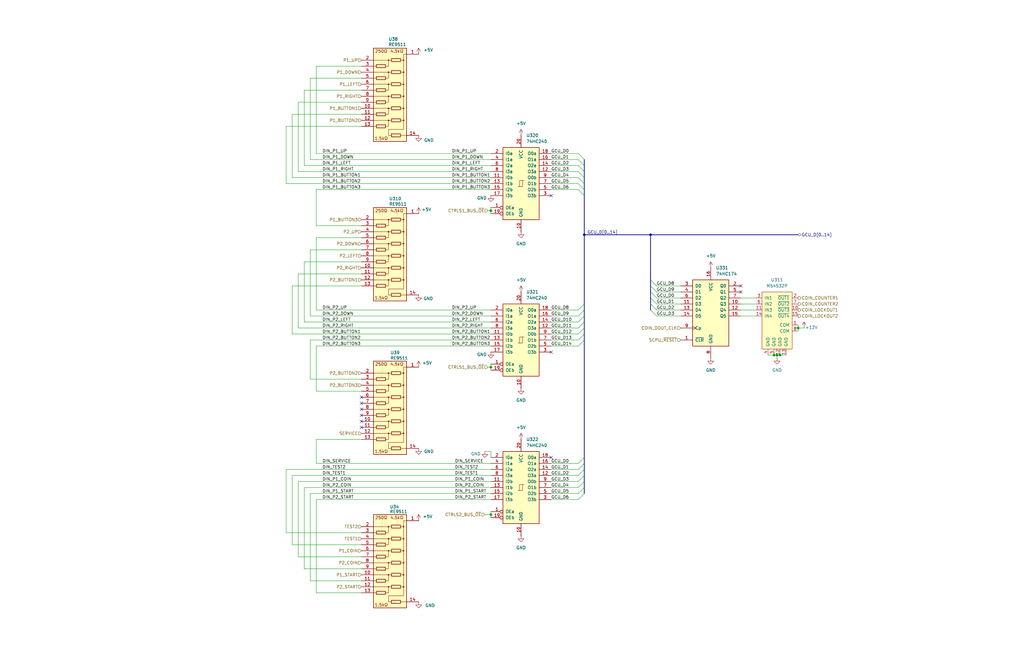
<source format=kicad_sch>
(kicad_sch (version 20231120) (generator "eeschema") (generator_version "8.0")
  (paper "B")
  (title_block (title "RA9704, Controls") (date "2024-12-30") (rev "003") (company "Coin-Op Collection") (comment 1 "Author: Brandon Arnold") (comment 2 "License: CC BY-NC-SA 4.0"))
  (lib_symbols
    (symbol "RE9511_Single_1"
      (property "Reference" "U" (at 3.048 20.066 0))
      (symbol "RE9511_Single_1_0_1"
        (rectangle (start -3.81 19.05) (end 10.16 -20.32) (stroke (width 0.254)) (fill (type background)))
        (rectangle (start -2.5465 -13.3019) (end 1.2635 -14.5719) (stroke (width 0.254)))
        (rectangle (start -2.5465 -8.2219) (end 1.2635 -9.4919) (stroke (width 0.254)))
        (rectangle (start -2.5465 -3.1419) (end 1.2635 -4.4119) (stroke (width 0.254)))
        (rectangle (start -2.5465 1.9381) (end 1.2635 0.6681) (stroke (width 0.254)))
        (rectangle (start -2.5465 7.0181) (end 1.2635 5.7481) (stroke (width 0.254)))
        (rectangle (start -2.5465 12.0981) (end 1.2635 10.8281) (stroke (width 0.254)))
        (polyline (pts (xy -3.81 -13.97) (xy -2.54 -13.97)))
        (polyline (pts (xy -3.81 -11.43) (xy 2.54 -11.43)))
        (polyline (pts (xy -3.81 -8.89) (xy -2.54 -8.89)))
        (polyline (pts (xy -3.81 -6.35) (xy 3.81 -6.35)))
        (polyline (pts (xy -3.81 -3.81) (xy -2.54 -3.81)))
        (polyline (pts (xy -3.81 -1.27) (xy 3.81 -1.27)))
        (polyline (pts (xy -3.81 1.27) (xy -2.54 1.27)))
        (polyline (pts (xy -3.81 3.81) (xy 3.81 3.81)))
        (polyline (pts (xy -3.81 6.35) (xy -2.54 6.35)))
        (polyline (pts (xy -3.81 8.89) (xy 3.81 8.89)))
        (polyline (pts (xy -3.81 11.43) (xy -2.54 11.43)))
        (polyline (pts (xy -3.81 13.97) (xy 3.81 13.97)))
        (polyline (pts (xy 2.54 -11.43) (xy 3.81 -11.43)))
        (polyline (pts (xy 10.16 -17.78) (xy 7.62 -17.78)))
        (polyline (pts (xy 1.27 -13.97) (xy 2.54 -13.97) (xy 2.54 -11.43)))
        (polyline (pts (xy 1.27 -8.89) (xy 2.54 -8.89) (xy 2.54 -6.35)))
        (polyline (pts (xy 1.27 -3.81) (xy 2.54 -3.81) (xy 2.54 -1.27)))
        (polyline (pts (xy 1.27 1.27) (xy 2.54 1.27) (xy 2.54 3.81)))
        (polyline (pts (xy 1.27 6.35) (xy 2.54 6.35) (xy 2.54 8.89)))
        (polyline (pts (xy 1.27 11.43) (xy 2.54 11.43) (xy 2.54 13.97)))
        (polyline (pts (xy 7.62 -11.43) (xy 8.89 -11.43) (xy 8.89 -6.35)))
        (polyline (pts (xy 7.62 -6.35) (xy 8.89 -6.35) (xy 8.89 -1.27)))
        (polyline (pts (xy 7.62 -1.27) (xy 8.89 -1.27) (xy 8.89 3.81)))
        (polyline (pts (xy 7.62 3.81) (xy 8.89 3.81) (xy 8.89 8.89)))
        (polyline (pts (xy 7.62 8.89) (xy 8.89 8.89) (xy 8.89 13.97)))
        (polyline (pts (xy 7.62 13.97) (xy 8.89 13.97) (xy 8.89 16.51) (xy 10.16 16.51)))
        (polyline (pts (xy 3.81 -17.78) (xy 2.54 -17.78) (xy 2.54 -15.24) (xy 8.89 -15.24) (xy 8.89 -11.43)))
        (rectangle (start 3.7794 -17.1155) (end 7.5894 -18.3855) (stroke (width 0.254)))
        (rectangle (start 3.8035 -10.7619) (end 7.6135 -12.0319) (stroke (width 0.254)))
        (rectangle (start 3.8035 -5.6819) (end 7.6135 -6.9519) (stroke (width 0.254)))
        (rectangle (start 3.8035 -0.6019) (end 7.6135 -1.8719) (stroke (width 0.254)))
        (rectangle (start 3.8035 4.4781) (end 7.6135 3.2081) (stroke (width 0.254)))
        (rectangle (start 3.8035 9.5581) (end 7.6135 8.2881) (stroke (width 0.254)))
        (rectangle (start 3.8035 14.6381) (end 7.6135 13.3681) (stroke (width 0.254)))
      )
      (symbol "RE9511_Single_1_1_1"
        (polyline (pts (xy 0 16.51) (xy -0.627 11.5472)) (stroke (width 0) (type dot)))
        (polyline (pts (xy 2.54 -19.05) (xy 5.728 -17.8138)) (stroke (width 0) (type dot)))
        (polyline (pts (xy 6.35 16.51) (xy 5.6414 14.0105)) (stroke (width 0) (type dot)))
        (circle (center 2.54 -11.43) (radius 0.254) (stroke (width 0.0762)) (fill (type outline)))
        (circle (center 2.54 -6.35) (radius 0.254) (stroke (width 0.0762)) (fill (type outline)))
        (circle (center 2.54 -1.27) (radius 0.254) (stroke (width 0.0762)) (fill (type outline)))
        (circle (center 2.54 3.81) (radius 0.254) (stroke (width 0.0762)) (fill (type outline)))
        (circle (center 2.54 8.89) (radius 0.254) (stroke (width 0.0762)) (fill (type outline)))
        (circle (center 2.54 13.97) (radius 0.254) (stroke (width 0.0762)) (fill (type outline)))
        (circle (center 8.89 -11.43) (radius 0.254) (stroke (width 0.0762)) (fill (type outline)))
        (circle (center 8.89 -6.35) (radius 0.254) (stroke (width 0.0762)) (fill (type outline)))
        (circle (center 8.89 -1.27) (radius 0.254) (stroke (width 0.0762)) (fill (type outline)))
        (circle (center 8.89 3.81) (radius 0.254) (stroke (width 0.0762)) (fill (type outline)))
        (circle (center 8.89 8.89) (radius 0.254) (stroke (width 0.0762)) (fill (type outline)))
        (circle (center 8.89 13.97) (radius 0.254) (stroke (width 0.0762)) (fill (type outline)))
        (text "1.5kΩ" (at -0.508 -19.05 0) (effects (font (size 1.27 1.27))))
        (text "250Ω" (at -0.508 17.78 0) (effects (font (size 1.27 1.27))))
        (text "4.5kΩ" (at 6.096 17.78 0) (effects (font (size 1.27 1.27))))
        (pin passive line (at 15.24 16.51 180) (length 5.08) (name "~") (number "1"))
        (pin passive line (at -8.89 -6.35 0) (length 5.08) (name "~") (number "10"))
        (pin passive line (at -8.89 -8.89 0) (length 5.08) (name "~") (number "11"))
        (pin passive line (at -8.89 -11.43 0) (length 5.08) (name "~") (number "12"))
        (pin passive line (at -8.89 -13.97 0) (length 5.08) (name "~") (number "13"))
        (pin passive line (at 15.24 -17.78 180) (length 5.08) (name "~") (number "14"))
        (pin passive line (at -8.89 13.97 0) (length 5.08) (name "~") (number "2"))
        (pin passive line (at -8.89 11.43 0) (length 5.08) (name "~") (number "3"))
        (pin passive line (at -8.89 8.89 0) (length 5.08) (name "~") (number "4"))
        (pin passive line (at -8.89 6.35 0) (length 5.08) (name "~") (number "5"))
        (pin passive line (at -8.89 3.81 0) (length 5.08) (name "~") (number "6"))
        (pin passive line (at -8.89 1.27 0) (length 5.08) (name "~") (number "7"))
        (pin passive line (at -8.89 -1.27 0) (length 5.08) (name "~") (number "8"))
        (pin passive line (at -8.89 -3.81 0) (length 5.08) (name "~") (number "9"))
      )
    )
    (symbol "RE9511_Single_2"
      (property "Reference" "U" (at 3.048 20.066 0))
      (symbol "RE9511_Single_2_0_1"
        (rectangle (start -3.81 19.05) (end 10.16 -20.32) (stroke (width 0.254)) (fill (type background)))
        (rectangle (start -2.5465 -13.3019) (end 1.2635 -14.5719) (stroke (width 0.254)))
        (rectangle (start -2.5465 -8.2219) (end 1.2635 -9.4919) (stroke (width 0.254)))
        (rectangle (start -2.5465 -3.1419) (end 1.2635 -4.4119) (stroke (width 0.254)))
        (rectangle (start -2.5465 1.9381) (end 1.2635 0.6681) (stroke (width 0.254)))
        (rectangle (start -2.5465 7.0181) (end 1.2635 5.7481) (stroke (width 0.254)))
        (rectangle (start -2.5465 12.0981) (end 1.2635 10.8281) (stroke (width 0.254)))
        (polyline (pts (xy -3.81 -13.97) (xy -2.54 -13.97)))
        (polyline (pts (xy -3.81 -11.43) (xy 2.54 -11.43)))
        (polyline (pts (xy -3.81 -8.89) (xy -2.54 -8.89)))
        (polyline (pts (xy -3.81 -6.35) (xy 3.81 -6.35)))
        (polyline (pts (xy -3.81 -3.81) (xy -2.54 -3.81)))
        (polyline (pts (xy -3.81 -1.27) (xy 3.81 -1.27)))
        (polyline (pts (xy -3.81 1.27) (xy -2.54 1.27)))
        (polyline (pts (xy -3.81 3.81) (xy 3.81 3.81)))
        (polyline (pts (xy -3.81 6.35) (xy -2.54 6.35)))
        (polyline (pts (xy -3.81 8.89) (xy 3.81 8.89)))
        (polyline (pts (xy -3.81 11.43) (xy -2.54 11.43)))
        (polyline (pts (xy -3.81 13.97) (xy 3.81 13.97)))
        (polyline (pts (xy 2.54 -11.43) (xy 3.81 -11.43)))
        (polyline (pts (xy 10.16 -17.78) (xy 7.62 -17.78)))
        (polyline (pts (xy 1.27 -13.97) (xy 2.54 -13.97) (xy 2.54 -11.43)))
        (polyline (pts (xy 1.27 -8.89) (xy 2.54 -8.89) (xy 2.54 -6.35)))
        (polyline (pts (xy 1.27 -3.81) (xy 2.54 -3.81) (xy 2.54 -1.27)))
        (polyline (pts (xy 1.27 1.27) (xy 2.54 1.27) (xy 2.54 3.81)))
        (polyline (pts (xy 1.27 6.35) (xy 2.54 6.35) (xy 2.54 8.89)))
        (polyline (pts (xy 1.27 11.43) (xy 2.54 11.43) (xy 2.54 13.97)))
        (polyline (pts (xy 7.62 -11.43) (xy 8.89 -11.43) (xy 8.89 -6.35)))
        (polyline (pts (xy 7.62 -6.35) (xy 8.89 -6.35) (xy 8.89 -1.27)))
        (polyline (pts (xy 7.62 -1.27) (xy 8.89 -1.27) (xy 8.89 3.81)))
        (polyline (pts (xy 7.62 3.81) (xy 8.89 3.81) (xy 8.89 8.89)))
        (polyline (pts (xy 7.62 8.89) (xy 8.89 8.89) (xy 8.89 13.97)))
        (polyline (pts (xy 7.62 13.97) (xy 8.89 13.97) (xy 8.89 16.51) (xy 10.16 16.51)))
        (polyline (pts (xy 3.81 -17.78) (xy 2.54 -17.78) (xy 2.54 -15.24) (xy 8.89 -15.24) (xy 8.89 -11.43)))
        (rectangle (start 3.7794 -17.1155) (end 7.5894 -18.3855) (stroke (width 0.254)))
        (rectangle (start 3.8035 -10.7619) (end 7.6135 -12.0319) (stroke (width 0.254)))
        (rectangle (start 3.8035 -5.6819) (end 7.6135 -6.9519) (stroke (width 0.254)))
        (rectangle (start 3.8035 -0.6019) (end 7.6135 -1.8719) (stroke (width 0.254)))
        (rectangle (start 3.8035 4.4781) (end 7.6135 3.2081) (stroke (width 0.254)))
        (rectangle (start 3.8035 9.5581) (end 7.6135 8.2881) (stroke (width 0.254)))
        (rectangle (start 3.8035 14.6381) (end 7.6135 13.3681) (stroke (width 0.254)))
      )
      (symbol "RE9511_Single_2_1_1"
        (polyline (pts (xy 0 16.51) (xy -0.627 11.5472)) (stroke (width 0) (type dot)))
        (polyline (pts (xy 2.54 -19.05) (xy 5.728 -17.8138)) (stroke (width 0) (type dot)))
        (polyline (pts (xy 6.35 16.51) (xy 5.6414 14.0105)) (stroke (width 0) (type dot)))
        (circle (center 2.54 -11.43) (radius 0.254) (stroke (width 0.0762)) (fill (type outline)))
        (circle (center 2.54 -6.35) (radius 0.254) (stroke (width 0.0762)) (fill (type outline)))
        (circle (center 2.54 -1.27) (radius 0.254) (stroke (width 0.0762)) (fill (type outline)))
        (circle (center 2.54 3.81) (radius 0.254) (stroke (width 0.0762)) (fill (type outline)))
        (circle (center 2.54 8.89) (radius 0.254) (stroke (width 0.0762)) (fill (type outline)))
        (circle (center 2.54 13.97) (radius 0.254) (stroke (width 0.0762)) (fill (type outline)))
        (circle (center 8.89 -11.43) (radius 0.254) (stroke (width 0.0762)) (fill (type outline)))
        (circle (center 8.89 -6.35) (radius 0.254) (stroke (width 0.0762)) (fill (type outline)))
        (circle (center 8.89 -1.27) (radius 0.254) (stroke (width 0.0762)) (fill (type outline)))
        (circle (center 8.89 3.81) (radius 0.254) (stroke (width 0.0762)) (fill (type outline)))
        (circle (center 8.89 8.89) (radius 0.254) (stroke (width 0.0762)) (fill (type outline)))
        (circle (center 8.89 13.97) (radius 0.254) (stroke (width 0.0762)) (fill (type outline)))
        (text "1.5kΩ" (at -0.508 -19.05 0) (effects (font (size 1.27 1.27))))
        (text "250Ω" (at -0.508 17.78 0) (effects (font (size 1.27 1.27))))
        (text "4.5kΩ" (at 6.096 17.78 0) (effects (font (size 1.27 1.27))))
        (pin passive line (at 15.24 16.51 180) (length 5.08) (name "~") (number "1"))
        (pin passive line (at -8.89 -6.35 0) (length 5.08) (name "~") (number "10"))
        (pin passive line (at -8.89 -8.89 0) (length 5.08) (name "~") (number "11"))
        (pin passive line (at -8.89 -11.43 0) (length 5.08) (name "~") (number "12"))
        (pin passive line (at -8.89 -13.97 0) (length 5.08) (name "~") (number "13"))
        (pin passive line (at 15.24 -17.78 180) (length 5.08) (name "~") (number "14"))
        (pin passive line (at -8.89 13.97 0) (length 5.08) (name "~") (number "2"))
        (pin passive line (at -8.89 11.43 0) (length 5.08) (name "~") (number "3"))
        (pin passive line (at -8.89 8.89 0) (length 5.08) (name "~") (number "4"))
        (pin passive line (at -8.89 6.35 0) (length 5.08) (name "~") (number "5"))
        (pin passive line (at -8.89 3.81 0) (length 5.08) (name "~") (number "6"))
        (pin passive line (at -8.89 1.27 0) (length 5.08) (name "~") (number "7"))
        (pin passive line (at -8.89 -1.27 0) (length 5.08) (name "~") (number "8"))
        (pin passive line (at -8.89 -3.81 0) (length 5.08) (name "~") (number "9"))
      )
    )
    (symbol "RE9511_Single_3"
      (property "Reference" "U" (at 3.048 20.066 0))
      (symbol "RE9511_Single_3_0_1"
        (rectangle (start -3.81 19.05) (end 10.16 -20.32) (stroke (width 0.254)) (fill (type background)))
        (rectangle (start -2.5465 -13.3019) (end 1.2635 -14.5719) (stroke (width 0.254)))
        (rectangle (start -2.5465 -8.2219) (end 1.2635 -9.4919) (stroke (width 0.254)))
        (rectangle (start -2.5465 -3.1419) (end 1.2635 -4.4119) (stroke (width 0.254)))
        (rectangle (start -2.5465 1.9381) (end 1.2635 0.6681) (stroke (width 0.254)))
        (rectangle (start -2.5465 7.0181) (end 1.2635 5.7481) (stroke (width 0.254)))
        (rectangle (start -2.5465 12.0981) (end 1.2635 10.8281) (stroke (width 0.254)))
        (polyline (pts (xy -3.81 -13.97) (xy -2.54 -13.97)))
        (polyline (pts (xy -3.81 -11.43) (xy 2.54 -11.43)))
        (polyline (pts (xy -3.81 -8.89) (xy -2.54 -8.89)))
        (polyline (pts (xy -3.81 -6.35) (xy 3.81 -6.35)))
        (polyline (pts (xy -3.81 -3.81) (xy -2.54 -3.81)))
        (polyline (pts (xy -3.81 -1.27) (xy 3.81 -1.27)))
        (polyline (pts (xy -3.81 1.27) (xy -2.54 1.27)))
        (polyline (pts (xy -3.81 3.81) (xy 3.81 3.81)))
        (polyline (pts (xy -3.81 6.35) (xy -2.54 6.35)))
        (polyline (pts (xy -3.81 8.89) (xy 3.81 8.89)))
        (polyline (pts (xy -3.81 11.43) (xy -2.54 11.43)))
        (polyline (pts (xy -3.81 13.97) (xy 3.81 13.97)))
        (polyline (pts (xy 2.54 -11.43) (xy 3.81 -11.43)))
        (polyline (pts (xy 10.16 -17.78) (xy 7.62 -17.78)))
        (polyline (pts (xy 1.27 -13.97) (xy 2.54 -13.97) (xy 2.54 -11.43)))
        (polyline (pts (xy 1.27 -8.89) (xy 2.54 -8.89) (xy 2.54 -6.35)))
        (polyline (pts (xy 1.27 -3.81) (xy 2.54 -3.81) (xy 2.54 -1.27)))
        (polyline (pts (xy 1.27 1.27) (xy 2.54 1.27) (xy 2.54 3.81)))
        (polyline (pts (xy 1.27 6.35) (xy 2.54 6.35) (xy 2.54 8.89)))
        (polyline (pts (xy 1.27 11.43) (xy 2.54 11.43) (xy 2.54 13.97)))
        (polyline (pts (xy 7.62 -11.43) (xy 8.89 -11.43) (xy 8.89 -6.35)))
        (polyline (pts (xy 7.62 -6.35) (xy 8.89 -6.35) (xy 8.89 -1.27)))
        (polyline (pts (xy 7.62 -1.27) (xy 8.89 -1.27) (xy 8.89 3.81)))
        (polyline (pts (xy 7.62 3.81) (xy 8.89 3.81) (xy 8.89 8.89)))
        (polyline (pts (xy 7.62 8.89) (xy 8.89 8.89) (xy 8.89 13.97)))
        (polyline (pts (xy 7.62 13.97) (xy 8.89 13.97) (xy 8.89 16.51) (xy 10.16 16.51)))
        (polyline (pts (xy 3.81 -17.78) (xy 2.54 -17.78) (xy 2.54 -15.24) (xy 8.89 -15.24) (xy 8.89 -11.43)))
        (rectangle (start 3.7794 -17.1155) (end 7.5894 -18.3855) (stroke (width 0.254)))
        (rectangle (start 3.8035 -10.7619) (end 7.6135 -12.0319) (stroke (width 0.254)))
        (rectangle (start 3.8035 -5.6819) (end 7.6135 -6.9519) (stroke (width 0.254)))
        (rectangle (start 3.8035 -0.6019) (end 7.6135 -1.8719) (stroke (width 0.254)))
        (rectangle (start 3.8035 4.4781) (end 7.6135 3.2081) (stroke (width 0.254)))
        (rectangle (start 3.8035 9.5581) (end 7.6135 8.2881) (stroke (width 0.254)))
        (rectangle (start 3.8035 14.6381) (end 7.6135 13.3681) (stroke (width 0.254)))
      )
      (symbol "RE9511_Single_3_1_1"
        (polyline (pts (xy 0 16.51) (xy -0.627 11.5472)) (stroke (width 0) (type dot)))
        (polyline (pts (xy 2.54 -19.05) (xy 5.728 -17.8138)) (stroke (width 0) (type dot)))
        (polyline (pts (xy 6.35 16.51) (xy 5.6414 14.0105)) (stroke (width 0) (type dot)))
        (circle (center 2.54 -11.43) (radius 0.254) (stroke (width 0.0762)) (fill (type outline)))
        (circle (center 2.54 -6.35) (radius 0.254) (stroke (width 0.0762)) (fill (type outline)))
        (circle (center 2.54 -1.27) (radius 0.254) (stroke (width 0.0762)) (fill (type outline)))
        (circle (center 2.54 3.81) (radius 0.254) (stroke (width 0.0762)) (fill (type outline)))
        (circle (center 2.54 8.89) (radius 0.254) (stroke (width 0.0762)) (fill (type outline)))
        (circle (center 2.54 13.97) (radius 0.254) (stroke (width 0.0762)) (fill (type outline)))
        (circle (center 8.89 -11.43) (radius 0.254) (stroke (width 0.0762)) (fill (type outline)))
        (circle (center 8.89 -6.35) (radius 0.254) (stroke (width 0.0762)) (fill (type outline)))
        (circle (center 8.89 -1.27) (radius 0.254) (stroke (width 0.0762)) (fill (type outline)))
        (circle (center 8.89 3.81) (radius 0.254) (stroke (width 0.0762)) (fill (type outline)))
        (circle (center 8.89 8.89) (radius 0.254) (stroke (width 0.0762)) (fill (type outline)))
        (circle (center 8.89 13.97) (radius 0.254) (stroke (width 0.0762)) (fill (type outline)))
        (text "1.5kΩ" (at -0.508 -19.05 0) (effects (font (size 1.27 1.27))))
        (text "250Ω" (at -0.508 17.78 0) (effects (font (size 1.27 1.27))))
        (text "4.5kΩ" (at 6.096 17.78 0) (effects (font (size 1.27 1.27))))
        (pin passive line (at 15.24 16.51 180) (length 5.08) (name "~") (number "1"))
        (pin passive line (at -8.89 -6.35 0) (length 5.08) (name "~") (number "10"))
        (pin passive line (at -8.89 -8.89 0) (length 5.08) (name "~") (number "11"))
        (pin passive line (at -8.89 -11.43 0) (length 5.08) (name "~") (number "12"))
        (pin passive line (at -8.89 -13.97 0) (length 5.08) (name "~") (number "13"))
        (pin passive line (at 15.24 -17.78 180) (length 5.08) (name "~") (number "14"))
        (pin passive line (at -8.89 13.97 0) (length 5.08) (name "~") (number "2"))
        (pin passive line (at -8.89 11.43 0) (length 5.08) (name "~") (number "3"))
        (pin passive line (at -8.89 8.89 0) (length 5.08) (name "~") (number "4"))
        (pin passive line (at -8.89 6.35 0) (length 5.08) (name "~") (number "5"))
        (pin passive line (at -8.89 3.81 0) (length 5.08) (name "~") (number "6"))
        (pin passive line (at -8.89 1.27 0) (length 5.08) (name "~") (number "7"))
        (pin passive line (at -8.89 -1.27 0) (length 5.08) (name "~") (number "8"))
        (pin passive line (at -8.89 -3.81 0) (length 5.08) (name "~") (number "9"))
      )
    )
    (symbol "power:+12V" (power) (pin_numbers hide) (pin_names (offset 0) hide)
      (property "Value" "+12V" (at 0 3.556 0))
      (symbol "+12V_0_1"
        (polyline (pts (xy -0.762 1.27) (xy 0 2.54)))
        (polyline (pts (xy 0 0) (xy 0 2.54)))
        (polyline (pts (xy 0 2.54) (xy 0.762 1.27)))
      )
      (symbol "+12V_1_1"
        (pin power_in line (at 0 0 90) (length 0) (name "~") (number "1"))
      )
    )
    (symbol "power:+5V" (power) (pin_numbers hide) (pin_names (offset 0) hide)
      (property "Value" "+5V" (at 0 3.556 0))
      (symbol "+5V_0_1"
        (polyline (pts (xy -0.762 1.27) (xy 0 2.54)))
        (polyline (pts (xy 0 0) (xy 0 2.54)))
        (polyline (pts (xy 0 2.54) (xy 0.762 1.27)))
      )
      (symbol "+5V_1_1"
        (pin power_in line (at 0 0 90) (length 0) (name "~") (number "1"))
      )
    )
    (symbol "power:GND" (power) (pin_numbers hide) (pin_names (offset 0) hide)
      (property "Value" "GND" (at 0 -3.81 0))
      (symbol "GND_0_1"
        (polyline (pts (xy 0 0) (xy 0 -1.27) (xy 1.27 -1.27) (xy 0 -2.54) (xy -1.27 -1.27) (xy 0 -1.27)))
      )
      (symbol "GND_1_1"
        (pin power_in line (at 0 0 270) (length 0) (name "~") (number "1"))
      )
    )
    (symbol "ra9704:74HC174" (pin_names (offset 1.016))
      (property "Reference" "U" (at -7.62 13.97 0))
      (property "Value" "74HC174" (at -7.62 -16.51 0))
      (symbol "74HC174_1_0"
        (pin input line (at -12.7 -12.7 0) (length 5.08) (name "~{CLR}") (number "1"))
        (pin output line (at 12.7 2.54 180) (length 5.08) (name "Q3") (number "10"))
        (pin input line (at -12.7 2.54 0) (length 5.08) (name "D3") (number "11"))
        (pin output line (at 12.7 0 180) (length 5.08) (name "Q4") (number "12"))
        (pin input line (at -12.7 0 0) (length 5.08) (name "D4") (number "13"))
        (pin input line (at -12.7 -2.54 0) (length 5.08) (name "D5") (number "14"))
        (pin output line (at 12.7 -2.54 180) (length 5.08) (name "Q5") (number "15"))
        (pin power_in line (at 0 17.78 270) (length 5.08) (name "VCC") (number "16"))
        (pin output line (at 12.7 10.16 180) (length 5.08) (name "Q0") (number "2"))
        (pin input line (at -12.7 10.16 0) (length 5.08) (name "D0") (number "3"))
        (pin input line (at -12.7 7.62 0) (length 5.08) (name "D1") (number "4"))
        (pin output line (at 12.7 7.62 180) (length 5.08) (name "Q1") (number "5"))
        (pin input line (at -12.7 5.08 0) (length 5.08) (name "D2") (number "6"))
        (pin output line (at 12.7 5.08 180) (length 5.08) (name "Q2") (number "7"))
        (pin power_in line (at 0 -20.32 90) (length 5.08) (name "GND") (number "8"))
        (pin input clock (at -12.7 -7.62 0) (length 5.08) (name "Cp") (number "9"))
      )
      (symbol "74HC174_1_1"
        (rectangle (start -7.62 12.7) (end 7.62 -15.24) (stroke (width 0.254)) (fill (type background)))
      )
    )
    (symbol "ra9704:74HC240" (pin_names (offset 1.016))
      (property "Reference" "U" (at -7.62 16.51 0))
      (property "Value" "74HC240" (at -7.62 -16.51 0))
      (symbol "74HC240_1_0"
        (polyline (pts (xy -0.635 -1.27) (xy -0.635 1.27) (xy 0.635 1.27)))
        (polyline (pts (xy -1.27 -1.27) (xy 0.635 -1.27) (xy 0.635 1.27) (xy 1.27 1.27)))
        (pin input inverted (at -12.7 -10.16 0) (length 5.08) (name "OEa") (number "1"))
        (pin power_in line (at 0 -20.32 90) (length 5.08) (name "GND") (number "10"))
        (pin input line (at -12.7 2.54 0) (length 5.08) (name "I0b") (number "11"))
        (pin tri_state line (at 12.7 5.08 180) (length 5.08) (name "O3a") (number "12"))
        (pin input line (at -12.7 0 0) (length 5.08) (name "I1b") (number "13"))
        (pin tri_state line (at 12.7 7.62 180) (length 5.08) (name "O2a") (number "14"))
        (pin input line (at -12.7 -2.54 0) (length 5.08) (name "I2b") (number "15"))
        (pin tri_state line (at 12.7 10.16 180) (length 5.08) (name "O1a") (number "16"))
        (pin input line (at -12.7 -5.08 0) (length 5.08) (name "I3b") (number "17"))
        (pin tri_state line (at 12.7 12.7 180) (length 5.08) (name "O0a") (number "18"))
        (pin input inverted (at -12.7 -12.7 0) (length 5.08) (name "OEb") (number "19"))
        (pin input line (at -12.7 12.7 0) (length 5.08) (name "I0a") (number "2"))
        (pin power_in line (at 0 20.32 270) (length 5.08) (name "VCC") (number "20"))
        (pin tri_state line (at 12.7 -5.08 180) (length 5.08) (name "O3b") (number "3"))
        (pin input line (at -12.7 10.16 0) (length 5.08) (name "I1a") (number "4"))
        (pin tri_state line (at 12.7 -2.54 180) (length 5.08) (name "O2b") (number "5"))
        (pin input line (at -12.7 7.62 0) (length 5.08) (name "I2a") (number "6"))
        (pin tri_state line (at 12.7 0 180) (length 5.08) (name "O1b") (number "7"))
        (pin input line (at -12.7 5.08 0) (length 5.08) (name "I3a") (number "8"))
        (pin tri_state line (at 12.7 2.54 180) (length 5.08) (name "O0b") (number "9"))
      )
      (symbol "74HC240_1_1"
        (rectangle (start -7.62 15.24) (end 7.62 -15.24) (stroke (width 0.254)) (fill (type background)))
      )
    )
    (symbol "ra9704:M54532P" (pin_names (offset 1.016))
      (property "Reference" "U" (at -3.937 12.954 0))
      (property "Value" "M54532P" (at 16.51 -10.668 0))
      (symbol "M54532P_0_1"
        (rectangle (start -5.08 11.43) (end 7.62 -12.7) (fill (type background)))
      )
      (symbol "M54532P_1_1"
        (pin power_in line (at 10.16 -2.54 180) (length 2.54) (name "COM") (number "1"))
        (pin passive line (at 10.16 3.81 180) (length 2.54) (name "~{OUT3}") (number "10"))
        (pin input line (at -7.62 3.81 0) (length 2.54) (name "IN3") (number "11"))
        (pin power_in line (at 2.54 -15.24 90) (length 2.54) (name "GND") (number "12"))
        (pin power_in line (at 5.08 -15.24 90) (length 2.54) (name "GND") (number "13"))
        (pin input line (at -7.62 1.27 0) (length 2.54) (name "IN4") (number "14"))
        (pin passive line (at 10.16 1.27 180) (length 2.54) (name "~{OUT4}") (number "15"))
        (pin no_connect line (at -7.62 -5.08 0) (length 2.54) hide (name "NC") (number "16"))
        (pin passive line (at 10.16 8.89 180) (length 2.54) (name "~{OUT1}") (number "2"))
        (pin input line (at -7.62 8.89 0) (length 2.54) (name "IN1") (number "3"))
        (pin power_in line (at -2.54 -15.24 90) (length 2.54) (name "GND") (number "4"))
        (pin power_in line (at 0 -15.24 90) (length 2.54) (name "GND") (number "5"))
        (pin input line (at -7.62 6.35 0) (length 2.54) (name "IN2") (number "6"))
        (pin passive line (at 10.16 6.35 180) (length 2.54) (name "~{OUT2}") (number "7"))
        (pin power_in line (at 10.16 -5.08 180) (length 2.54) (name "COM") (number "8"))
        (pin no_connect line (at -7.62 -2.54 0) (length 2.54) hide (name "NC") (number "9"))
      )
    )
    (symbol "ra9704:RE9511_Single"
      (property "Reference" "U" (at 3.048 20.066 0))
      (symbol "RE9511_Single_0_1"
        (rectangle (start -3.81 19.05) (end 10.16 -20.32) (stroke (width 0.254)) (fill (type background)))
        (rectangle (start -2.5465 -13.3019) (end 1.2635 -14.5719) (stroke (width 0.254)))
        (rectangle (start -2.5465 -8.2219) (end 1.2635 -9.4919) (stroke (width 0.254)))
        (rectangle (start -2.5465 -3.1419) (end 1.2635 -4.4119) (stroke (width 0.254)))
        (rectangle (start -2.5465 1.9381) (end 1.2635 0.6681) (stroke (width 0.254)))
        (rectangle (start -2.5465 7.0181) (end 1.2635 5.7481) (stroke (width 0.254)))
        (rectangle (start -2.5465 12.0981) (end 1.2635 10.8281) (stroke (width 0.254)))
        (polyline (pts (xy -3.81 -13.97) (xy -2.54 -13.97)))
        (polyline (pts (xy -3.81 -11.43) (xy 2.54 -11.43)))
        (polyline (pts (xy -3.81 -8.89) (xy -2.54 -8.89)))
        (polyline (pts (xy -3.81 -6.35) (xy 3.81 -6.35)))
        (polyline (pts (xy -3.81 -3.81) (xy -2.54 -3.81)))
        (polyline (pts (xy -3.81 -1.27) (xy 3.81 -1.27)))
        (polyline (pts (xy -3.81 1.27) (xy -2.54 1.27)))
        (polyline (pts (xy -3.81 3.81) (xy 3.81 3.81)))
        (polyline (pts (xy -3.81 6.35) (xy -2.54 6.35)))
        (polyline (pts (xy -3.81 8.89) (xy 3.81 8.89)))
        (polyline (pts (xy -3.81 11.43) (xy -2.54 11.43)))
        (polyline (pts (xy -3.81 13.97) (xy 3.81 13.97)))
        (polyline (pts (xy 2.54 -11.43) (xy 3.81 -11.43)))
        (polyline (pts (xy 10.16 -17.78) (xy 7.62 -17.78)))
        (polyline (pts (xy 1.27 -13.97) (xy 2.54 -13.97) (xy 2.54 -11.43)))
        (polyline (pts (xy 1.27 -8.89) (xy 2.54 -8.89) (xy 2.54 -6.35)))
        (polyline (pts (xy 1.27 -3.81) (xy 2.54 -3.81) (xy 2.54 -1.27)))
        (polyline (pts (xy 1.27 1.27) (xy 2.54 1.27) (xy 2.54 3.81)))
        (polyline (pts (xy 1.27 6.35) (xy 2.54 6.35) (xy 2.54 8.89)))
        (polyline (pts (xy 1.27 11.43) (xy 2.54 11.43) (xy 2.54 13.97)))
        (polyline (pts (xy 7.62 -11.43) (xy 8.89 -11.43) (xy 8.89 -6.35)))
        (polyline (pts (xy 7.62 -6.35) (xy 8.89 -6.35) (xy 8.89 -1.27)))
        (polyline (pts (xy 7.62 -1.27) (xy 8.89 -1.27) (xy 8.89 3.81)))
        (polyline (pts (xy 7.62 3.81) (xy 8.89 3.81) (xy 8.89 8.89)))
        (polyline (pts (xy 7.62 8.89) (xy 8.89 8.89) (xy 8.89 13.97)))
        (polyline (pts (xy 7.62 13.97) (xy 8.89 13.97) (xy 8.89 16.51) (xy 10.16 16.51)))
        (polyline (pts (xy 3.81 -17.78) (xy 2.54 -17.78) (xy 2.54 -15.24) (xy 8.89 -15.24) (xy 8.89 -11.43)))
        (rectangle (start 3.7794 -17.1155) (end 7.5894 -18.3855) (stroke (width 0.254)))
        (rectangle (start 3.8035 -10.7619) (end 7.6135 -12.0319) (stroke (width 0.254)))
        (rectangle (start 3.8035 -5.6819) (end 7.6135 -6.9519) (stroke (width 0.254)))
        (rectangle (start 3.8035 -0.6019) (end 7.6135 -1.8719) (stroke (width 0.254)))
        (rectangle (start 3.8035 4.4781) (end 7.6135 3.2081) (stroke (width 0.254)))
        (rectangle (start 3.8035 9.5581) (end 7.6135 8.2881) (stroke (width 0.254)))
        (rectangle (start 3.8035 14.6381) (end 7.6135 13.3681) (stroke (width 0.254)))
      )
      (symbol "RE9511_Single_1_1"
        (polyline (pts (xy 0 16.51) (xy -0.627 11.5472)) (stroke (width 0) (type dot)))
        (polyline (pts (xy 2.54 -19.05) (xy 5.728 -17.8138)) (stroke (width 0) (type dot)))
        (polyline (pts (xy 6.35 16.51) (xy 5.6414 14.0105)) (stroke (width 0) (type dot)))
        (circle (center 2.54 -11.43) (radius 0.254) (stroke (width 0.0762)) (fill (type outline)))
        (circle (center 2.54 -6.35) (radius 0.254) (stroke (width 0.0762)) (fill (type outline)))
        (circle (center 2.54 -1.27) (radius 0.254) (stroke (width 0.0762)) (fill (type outline)))
        (circle (center 2.54 3.81) (radius 0.254) (stroke (width 0.0762)) (fill (type outline)))
        (circle (center 2.54 8.89) (radius 0.254) (stroke (width 0.0762)) (fill (type outline)))
        (circle (center 2.54 13.97) (radius 0.254) (stroke (width 0.0762)) (fill (type outline)))
        (circle (center 8.89 -11.43) (radius 0.254) (stroke (width 0.0762)) (fill (type outline)))
        (circle (center 8.89 -6.35) (radius 0.254) (stroke (width 0.0762)) (fill (type outline)))
        (circle (center 8.89 -1.27) (radius 0.254) (stroke (width 0.0762)) (fill (type outline)))
        (circle (center 8.89 3.81) (radius 0.254) (stroke (width 0.0762)) (fill (type outline)))
        (circle (center 8.89 8.89) (radius 0.254) (stroke (width 0.0762)) (fill (type outline)))
        (circle (center 8.89 13.97) (radius 0.254) (stroke (width 0.0762)) (fill (type outline)))
        (text "1.5kΩ" (at -0.508 -19.05 0) (effects (font (size 1.27 1.27))))
        (text "250Ω" (at -0.508 17.78 0) (effects (font (size 1.27 1.27))))
        (text "4.5kΩ" (at 6.096 17.78 0) (effects (font (size 1.27 1.27))))
        (pin passive line (at 15.24 16.51 180) (length 5.08) (name "~") (number "1"))
        (pin passive line (at -8.89 -6.35 0) (length 5.08) (name "~") (number "10"))
        (pin passive line (at -8.89 -8.89 0) (length 5.08) (name "~") (number "11"))
        (pin passive line (at -8.89 -11.43 0) (length 5.08) (name "~") (number "12"))
        (pin passive line (at -8.89 -13.97 0) (length 5.08) (name "~") (number "13"))
        (pin passive line (at 15.24 -17.78 180) (length 5.08) (name "~") (number "14"))
        (pin passive line (at -8.89 13.97 0) (length 5.08) (name "~") (number "2"))
        (pin passive line (at -8.89 11.43 0) (length 5.08) (name "~") (number "3"))
        (pin passive line (at -8.89 8.89 0) (length 5.08) (name "~") (number "4"))
        (pin passive line (at -8.89 6.35 0) (length 5.08) (name "~") (number "5"))
        (pin passive line (at -8.89 3.81 0) (length 5.08) (name "~") (number "6"))
        (pin passive line (at -8.89 1.27 0) (length 5.08) (name "~") (number "7"))
        (pin passive line (at -8.89 -1.27 0) (length 5.08) (name "~") (number "8"))
        (pin passive line (at -8.89 -3.81 0) (length 5.08) (name "~") (number "9"))
      )
    )
  )
  (junction (at 207.01 88.9))
  (junction (at 207.01 154.94))
  (junction (at 274.32 99.06))
  (junction (at 336.55 138.43))
  (junction (at 207.01 217.17))
  (junction (at 326.39 149.86))
  (junction (at 327.66 149.86))
  (junction (at 246.38 99.06))
  (junction (at 328.93 149.86))
  (no_connect (at 152.4 170.18))
  (no_connect (at 152.4 167.64))
  (no_connect (at 232.41 82.55))
  (no_connect (at 152.4 180.34))
  (no_connect (at 232.41 148.59))
  (no_connect (at 152.4 172.72))
  (no_connect (at 152.4 175.26))
  (no_connect (at 312.42 120.65))
  (no_connect (at 232.41 193.04))
  (no_connect (at 312.42 123.19))
  (no_connect (at 152.4 177.8))
  (bus_entry (at 274.32 120.65) (size 2.54 2.54))
  (bus_entry (at 243.84 80.01) (size 2.54 2.54))
  (bus_entry (at 243.84 67.31) (size 2.54 2.54))
  (bus_entry (at 246.38 208.28) (size -2.54 2.54))
  (bus_entry (at 274.32 125.73) (size 2.54 2.54))
  (bus_entry (at 246.38 203.2) (size -2.54 2.54))
  (bus_entry (at 246.38 128.27) (size -2.54 2.54))
  (bus_entry (at 274.32 123.19) (size 2.54 2.54))
  (bus_entry (at 246.38 133.35) (size -2.54 2.54))
  (bus_entry (at 243.84 77.47) (size 2.54 2.54))
  (bus_entry (at 243.84 72.39) (size 2.54 2.54))
  (bus_entry (at 246.38 135.89) (size -2.54 2.54))
  (bus_entry (at 274.32 130.81) (size 2.54 2.54))
  (bus_entry (at 246.38 205.74) (size -2.54 2.54))
  (bus_entry (at 246.38 143.51) (size -2.54 2.54))
  (bus_entry (at 246.38 193.04) (size -2.54 2.54))
  (bus_entry (at 243.84 69.85) (size 2.54 2.54))
  (bus_entry (at 246.38 138.43) (size -2.54 2.54))
  (bus_entry (at 246.38 195.58) (size -2.54 2.54))
  (bus_entry (at 243.84 64.77) (size 2.54 2.54))
  (bus_entry (at 274.32 128.27) (size 2.54 2.54))
  (bus_entry (at 246.38 198.12) (size -2.54 2.54))
  (bus_entry (at 246.38 200.66) (size -2.54 2.54))
  (bus_entry (at 243.84 74.93) (size 2.54 2.54))
  (bus_entry (at 246.38 130.81) (size -2.54 2.54))
  (bus_entry (at 246.38 140.97) (size -2.54 2.54))
  (bus_entry (at 274.32 118.11) (size 2.54 2.54))
  (wire (pts (xy 133.35 146.05) (xy 207.01 146.05)))
  (wire (pts (xy 123.19 120.65) (xy 152.4 120.65)))
  (wire (pts (xy 130.81 245.11) (xy 130.81 208.28)))
  (wire (pts (xy 326.39 149.86) (xy 327.66 149.86)))
  (wire (pts (xy 312.42 128.27) (xy 318.77 128.27)))
  (bus (pts (xy 274.32 99.06) (xy 274.32 118.11)))
  (wire (pts (xy 232.41 210.82) (xy 243.84 210.82)))
  (wire (pts (xy 125.73 43.18) (xy 125.73 72.39)))
  (wire (pts (xy 232.41 138.43) (xy 243.84 138.43)))
  (wire (pts (xy 120.65 77.47) (xy 207.01 77.47)))
  (wire (pts (xy 207.01 190.5) (xy 207.01 193.04)))
  (bus (pts (xy 246.38 133.35) (xy 246.38 135.89)))
  (wire (pts (xy 130.81 143.51) (xy 207.01 143.51)))
  (wire (pts (xy 232.41 69.85) (xy 243.84 69.85)))
  (wire (pts (xy 207.01 154.94) (xy 207.01 156.21)))
  (wire (pts (xy 232.41 72.39) (xy 243.84 72.39)))
  (wire (pts (xy 128.27 38.1) (xy 128.27 69.85)))
  (wire (pts (xy 128.27 205.74) (xy 128.27 240.03)))
  (wire (pts (xy 125.73 203.2) (xy 207.01 203.2)))
  (wire (pts (xy 276.86 133.35) (xy 287.02 133.35)))
  (wire (pts (xy 232.41 200.66) (xy 243.84 200.66)))
  (wire (pts (xy 205.74 88.9) (xy 207.01 88.9)))
  (wire (pts (xy 133.35 95.25) (xy 152.4 95.25)))
  (wire (pts (xy 133.35 165.1) (xy 152.4 165.1)))
  (wire (pts (xy 232.41 133.35) (xy 243.84 133.35)))
  (wire (pts (xy 312.42 133.35) (xy 318.77 133.35)))
  (wire (pts (xy 125.73 43.18) (xy 152.4 43.18)))
  (bus (pts (xy 246.38 195.58) (xy 246.38 198.12)))
  (bus (pts (xy 246.38 77.47) (xy 246.38 80.01)))
  (wire (pts (xy 128.27 110.49) (xy 152.4 110.49)))
  (bus (pts (xy 246.38 82.55) (xy 246.38 99.06)))
  (wire (pts (xy 133.35 165.1) (xy 133.35 146.05)))
  (wire (pts (xy 133.35 185.42) (xy 152.4 185.42)))
  (wire (pts (xy 204.47 217.17) (xy 207.01 217.17)))
  (wire (pts (xy 232.41 208.28) (xy 243.84 208.28)))
  (bus (pts (xy 246.38 193.04) (xy 246.38 195.58)))
  (wire (pts (xy 276.86 125.73) (xy 287.02 125.73)))
  (wire (pts (xy 207.01 154.94) (xy 207.01 153.67)))
  (wire (pts (xy 133.35 64.77) (xy 207.01 64.77)))
  (wire (pts (xy 128.27 240.03) (xy 152.4 240.03)))
  (wire (pts (xy 123.19 48.26) (xy 152.4 48.26)))
  (wire (pts (xy 133.35 100.33) (xy 133.35 130.81)))
  (wire (pts (xy 125.73 234.95) (xy 125.73 203.2)))
  (wire (pts (xy 123.19 140.97) (xy 207.01 140.97)))
  (wire (pts (xy 125.73 138.43) (xy 207.01 138.43)))
  (wire (pts (xy 123.19 120.65) (xy 123.19 140.97)))
  (wire (pts (xy 232.41 203.2) (xy 243.84 203.2)))
  (wire (pts (xy 232.41 198.12) (xy 243.84 198.12)))
  (wire (pts (xy 133.35 250.19) (xy 152.4 250.19)))
  (wire (pts (xy 120.65 224.79) (xy 120.65 198.12)))
  (wire (pts (xy 133.35 95.25) (xy 133.35 80.01)))
  (wire (pts (xy 125.73 234.95) (xy 152.4 234.95)))
  (wire (pts (xy 336.55 138.43) (xy 336.55 139.7)))
  (wire (pts (xy 312.42 130.81) (xy 318.77 130.81)))
  (wire (pts (xy 125.73 138.43) (xy 125.73 115.57)))
  (wire (pts (xy 204.47 190.5) (xy 207.01 190.5)))
  (bus (pts (xy 246.38 130.81) (xy 246.38 133.35)))
  (wire (pts (xy 232.41 205.74) (xy 243.84 205.74)))
  (wire (pts (xy 327.66 151.13) (xy 327.66 149.86)))
  (wire (pts (xy 133.35 210.82) (xy 207.01 210.82)))
  (wire (pts (xy 133.35 27.94) (xy 152.4 27.94)))
  (wire (pts (xy 125.73 115.57) (xy 152.4 115.57)))
  (bus (pts (xy 246.38 67.31) (xy 246.38 69.85)))
  (wire (pts (xy 128.27 135.89) (xy 207.01 135.89)))
  (wire (pts (xy 276.86 120.65) (xy 287.02 120.65)))
  (bus (pts (xy 274.32 128.27) (xy 274.32 130.81)))
  (wire (pts (xy 120.65 53.34) (xy 120.65 77.47)))
  (bus (pts (xy 246.38 135.89) (xy 246.38 138.43)))
  (wire (pts (xy 133.35 130.81) (xy 207.01 130.81)))
  (wire (pts (xy 276.86 123.19) (xy 287.02 123.19)))
  (wire (pts (xy 133.35 100.33) (xy 152.4 100.33)))
  (bus (pts (xy 246.38 128.27) (xy 246.38 130.81)))
  (wire (pts (xy 336.55 137.16) (xy 336.55 138.43)))
  (bus (pts (xy 274.32 118.11) (xy 274.32 120.65)))
  (bus (pts (xy 274.32 125.73) (xy 274.32 128.27)))
  (bus (pts (xy 246.38 74.93) (xy 246.38 77.47)))
  (wire (pts (xy 133.35 27.94) (xy 133.35 64.77)))
  (wire (pts (xy 312.42 125.73) (xy 318.77 125.73)))
  (wire (pts (xy 133.35 195.58) (xy 207.01 195.58)))
  (wire (pts (xy 128.27 38.1) (xy 152.4 38.1)))
  (wire (pts (xy 133.35 185.42) (xy 133.35 195.58)))
  (bus (pts (xy 246.38 205.74) (xy 246.38 208.28)))
  (wire (pts (xy 232.41 80.01) (xy 243.84 80.01)))
  (bus (pts (xy 246.38 140.97) (xy 246.38 143.51)))
  (wire (pts (xy 130.81 208.28) (xy 207.01 208.28)))
  (bus (pts (xy 246.38 69.85) (xy 246.38 72.39)))
  (wire (pts (xy 130.81 33.02) (xy 130.81 67.31)))
  (wire (pts (xy 207.01 88.9) (xy 207.01 90.17)))
  (wire (pts (xy 232.41 143.51) (xy 243.84 143.51)))
  (wire (pts (xy 232.41 64.77) (xy 243.84 64.77)))
  (wire (pts (xy 207.01 88.9) (xy 207.01 87.63)))
  (wire (pts (xy 130.81 67.31) (xy 207.01 67.31)))
  (wire (pts (xy 120.65 53.34) (xy 152.4 53.34)))
  (bus (pts (xy 246.38 200.66) (xy 246.38 203.2)))
  (wire (pts (xy 123.19 74.93) (xy 207.01 74.93)))
  (wire (pts (xy 130.81 245.11) (xy 152.4 245.11)))
  (wire (pts (xy 133.35 210.82) (xy 133.35 250.19)))
  (bus (pts (xy 246.38 99.06) (xy 274.32 99.06)))
  (wire (pts (xy 232.41 67.31) (xy 243.84 67.31)))
  (wire (pts (xy 232.41 130.81) (xy 243.84 130.81)))
  (wire (pts (xy 128.27 69.85) (xy 207.01 69.85)))
  (bus (pts (xy 246.38 143.51) (xy 246.38 193.04)))
  (wire (pts (xy 130.81 160.02) (xy 152.4 160.02)))
  (bus (pts (xy 246.38 138.43) (xy 246.38 140.97)))
  (wire (pts (xy 128.27 205.74) (xy 207.01 205.74)))
  (wire (pts (xy 328.93 149.86) (xy 331.47 149.86)))
  (wire (pts (xy 207.01 215.9) (xy 207.01 217.17)))
  (wire (pts (xy 125.73 72.39) (xy 207.01 72.39)))
  (wire (pts (xy 276.86 130.81) (xy 287.02 130.81)))
  (wire (pts (xy 123.19 48.26) (xy 123.19 74.93)))
  (bus (pts (xy 246.38 203.2) (xy 246.38 205.74)))
  (wire (pts (xy 123.19 200.66) (xy 123.19 229.87)))
  (wire (pts (xy 336.55 138.43) (xy 339.09 138.43)))
  (bus (pts (xy 246.38 99.06) (xy 246.38 128.27)))
  (wire (pts (xy 232.41 146.05) (xy 243.84 146.05)))
  (bus (pts (xy 246.38 198.12) (xy 246.38 200.66)))
  (wire (pts (xy 128.27 110.49) (xy 128.27 135.89)))
  (wire (pts (xy 130.81 105.41) (xy 152.4 105.41)))
  (wire (pts (xy 323.85 149.86) (xy 326.39 149.86)))
  (bus (pts (xy 274.32 120.65) (xy 274.32 123.19)))
  (wire (pts (xy 133.35 80.01) (xy 207.01 80.01)))
  (bus (pts (xy 246.38 80.01) (xy 246.38 82.55)))
  (wire (pts (xy 130.81 105.41) (xy 130.81 133.35)))
  (wire (pts (xy 130.81 133.35) (xy 207.01 133.35)))
  (bus (pts (xy 274.32 123.19) (xy 274.32 125.73)))
  (wire (pts (xy 232.41 74.93) (xy 243.84 74.93)))
  (wire (pts (xy 130.81 33.02) (xy 152.4 33.02)))
  (wire (pts (xy 232.41 135.89) (xy 243.84 135.89)))
  (wire (pts (xy 276.86 128.27) (xy 287.02 128.27)))
  (wire (pts (xy 232.41 140.97) (xy 243.84 140.97)))
  (bus (pts (xy 274.32 99.06) (xy 336.55 99.06)))
  (wire (pts (xy 123.19 229.87) (xy 152.4 229.87)))
  (wire (pts (xy 120.65 224.79) (xy 152.4 224.79)))
  (wire (pts (xy 232.41 77.47) (xy 243.84 77.47)))
  (bus (pts (xy 246.38 72.39) (xy 246.38 74.93)))
  (wire (pts (xy 130.81 160.02) (xy 130.81 143.51)))
  (wire (pts (xy 327.66 149.86) (xy 328.93 149.86)))
  (wire (pts (xy 123.19 200.66) (xy 207.01 200.66)))
  (wire (pts (xy 205.74 154.94) (xy 207.01 154.94)))
  (wire (pts (xy 120.65 198.12) (xy 207.01 198.12)))
  (wire (pts (xy 207.01 217.17) (xy 207.01 218.44)))
  (wire (pts (xy 232.41 195.58) (xy 243.84 195.58)))
  (label "DIN_P1_START" (at 191.77 208.28 0))
  (label "GCU_D14" (at 232.41 146.05 0))
  (label "DIN_P2_LEFT" (at 135.89 135.89 0))
  (label "DIN_P2_DOWN" (at 135.89 133.35 0))
  (label "GCU_D10" (at 232.41 135.89 0))
  (label "GCU_D2" (at 276.86 130.81 0))
  (label "GCU_D1" (at 232.41 67.31 0))
  (label "DIN_P1_BUTTON3" (at 190.5 80.01 0))
  (label "DIN_TEST1" (at 191.77 200.66 0))
  (label "GCU_D2" (at 232.41 200.66 0))
  (label "GCU_D4" (at 232.41 205.74 0))
  (label "DIN_P1_COIN" (at 135.89 203.2 0))
  (label "GCU_D5" (at 232.41 208.28 0))
  (label "DIN_SERVICE" (at 135.89 195.58 0))
  (label "DIN_SERVICE" (at 191.77 195.58 0))
  (label "DIN_P2_RIGHT" (at 190.5 138.43 0))
  (label "GCU_D2" (at 232.41 69.85 0))
  (label "DIN_P1_BUTTON3" (at 135.89 80.01 0))
  (label "DIN_P2_BUTTON3" (at 135.89 146.05 0))
  (label "DIN_P2_UP" (at 190.5 130.81 0))
  (label "GCU_D13" (at 232.41 143.51 0))
  (label "GCU_D0" (at 276.86 125.73 0))
  (label "GCU_D1" (at 276.86 128.27 0))
  (label "DIN_P1_BUTTON2" (at 190.5 77.47 0))
  (label "GCU_D3" (at 232.41 72.39 0))
  (label "DIN_P2_COIN" (at 135.89 205.74 0))
  (label "DIN_P1_BUTTON1" (at 190.5 74.93 0))
  (label "GCU_D[0..14]" (at 247.65 99.06 0))
  (label "GCU_D8" (at 276.86 120.65 0))
  (label "DIN_TEST1" (at 135.89 200.66 0))
  (label "DIN_P1_COIN" (at 191.77 203.2 0))
  (label "GCU_D12" (at 232.41 140.97 0))
  (label "DIN_P1_DOWN" (at 190.5 67.31 0))
  (label "GCU_D8" (at 232.41 130.81 0))
  (label "GCU_D5" (at 232.41 77.47 0))
  (label "DIN_P2_BUTTON1" (at 190.5 140.97 0))
  (label "DIN_P1_START" (at 135.89 208.28 0))
  (label "DIN_P2_RIGHT" (at 135.89 138.43 0))
  (label "DIN_P1_LEFT" (at 135.89 69.85 0))
  (label "DIN_P1_UP" (at 190.5 64.77 0))
  (label "GCU_D6" (at 232.41 80.01 0))
  (label "GCU_D6" (at 232.41 210.82 0))
  (label "DIN_P2_START" (at 191.77 210.82 0))
  (label "DIN_P2_BUTTON1" (at 135.89 140.97 0))
  (label "DIN_P2_LEFT" (at 190.5 135.89 0))
  (label "DIN_P1_LEFT" (at 190.5 69.85 0))
  (label "DIN_P1_RIGHT" (at 190.5 72.39 0))
  (label "DIN_P1_DOWN" (at 135.89 67.31 0))
  (label "DIN_P1_BUTTON2" (at 135.89 77.47 0))
  (label "DIN_P2_COIN" (at 191.77 205.74 0))
  (label "DIN_P2_BUTTON3" (at 190.5 146.05 0))
  (label "GCU_D0" (at 232.41 64.77 0))
  (label "DIN_P2_BUTTON2" (at 190.5 143.51 0))
  (label "GCU_D3" (at 276.86 133.35 0))
  (label "DIN_P1_UP" (at 135.89 64.77 0))
  (label "GCU_D1" (at 232.41 198.12 0))
  (label "DIN_P2_UP" (at 135.89 130.81 0))
  (label "DIN_P2_START" (at 135.89 210.82 0))
  (label "DIN_TEST2" (at 191.77 198.12 0))
  (label "DIN_P1_BUTTON1" (at 135.89 74.93 0))
  (label "GCU_D9" (at 276.86 123.19 0))
  (label "DIN_P1_RIGHT" (at 135.89 72.39 0))
  (label "DIN_TEST2" (at 135.89 198.12 0))
  (label "GCU_D9" (at 232.41 133.35 0))
  (label "DIN_P2_BUTTON2" (at 135.89 143.51 0))
  (label "GCU_D11" (at 232.41 138.43 0))
  (label "GCU_D0" (at 232.41 195.58 0))
  (label "GCU_D3" (at 232.41 203.2 0))
  (label "DIN_P2_DOWN" (at 190.5 133.35 0))
  (label "GCU_D4" (at 232.41 74.93 0))
  (hierarchical_label "P2_COIN" (shape input) (at 152.4 237.49 180))
  (hierarchical_label "P1_DOWN" (shape input) (at 152.4 30.48 180))
  (hierarchical_label "P2_BUTTON2" (shape input) (at 152.4 157.48 180))
  (hierarchical_label "P2_START" (shape input) (at 152.4 247.65 180))
  (hierarchical_label "COIN_LOCKOUT2" (shape output) (at 336.55 133.35 0))
  (hierarchical_label "COIN_DOUT_CLK" (shape input) (at 287.02 138.43 180))
  (hierarchical_label "P1_UP" (shape input) (at 152.4 25.4 180))
  (hierarchical_label "CTRLS1_BUS_~{OE}" (shape input) (at 205.74 88.9 180))
  (hierarchical_label "P1_BUTTON3" (shape input) (at 152.4 92.71 180))
  (hierarchical_label "GCU_D[0..14]" (shape bidirectional) (at 336.55 99.06 0))
  (hierarchical_label "TEST2" (shape input) (at 152.4 222.25 180))
  (hierarchical_label "P2_BUTTON3" (shape input) (at 152.4 162.56 180))
  (hierarchical_label "P1_BUTTON2" (shape input) (at 152.4 50.8 180))
  (hierarchical_label "TEST1" (shape input) (at 152.4 227.33 180))
  (hierarchical_label "SCPU_~{RESET}" (shape input) (at 287.02 143.51 180))
  (hierarchical_label "SERVICE" (shape input) (at 152.4 182.88 180))
  (hierarchical_label "P1_COIN" (shape input) (at 152.4 232.41 180))
  (hierarchical_label "P1_BUTTON1" (shape input) (at 152.4 45.72 180))
  (hierarchical_label "P1_LEFT" (shape input) (at 152.4 35.56 180))
  (hierarchical_label "CTRLS2_BUS_~{OE}" (shape input) (at 204.47 217.17 180))
  (hierarchical_label "COIN_COUNTER1" (shape output) (at 336.55 125.73 0))
  (hierarchical_label "CTRLS1_BUS_~{OE}" (shape input) (at 205.74 154.94 180))
  (hierarchical_label "P2_DOWN" (shape input) (at 152.4 102.87 180))
  (hierarchical_label "P2_LEFT" (shape input) (at 152.4 107.95 180))
  (hierarchical_label "P2_BUTTON1" (shape input) (at 152.4 118.11 180))
  (hierarchical_label "P2_RIGHT" (shape input) (at 152.4 113.03 180))
  (hierarchical_label "COIN_LOCKOUT1" (shape output) (at 336.55 130.81 0))
  (hierarchical_label "P1_START" (shape input) (at 152.4 242.57 180))
  (hierarchical_label "P2_UP" (shape input) (at 152.4 97.79 180))
  (hierarchical_label "P1_RIGHT" (shape input) (at 152.4 40.64 180))
  (hierarchical_label "COIN_COUNTER2" (shape output) (at 336.55 128.27 0))
  (symbol (lib_id "power:GND") (at 327.66 151.13 0) (unit 1)
    (property "Reference" "#PWR08" (effects (hide yes)))
    (property "Value" "GND" (at 327.66 156.21 0))
    (property "Description" "Power symbol creates a global label with name \"GND\" , ground" (effects (hide yes)))
  )
  (symbol (lib_id "ra9704:74HC240") (at 219.71 205.74 0) (unit 1)
    (property "Reference" "U322" (at 221.9041 185.42 0) (effects (justify left)))
    (property "Value" "74HC240" (at 221.9041 187.96 0) (effects (justify left)))
    (property "Footprint" "ra9704:DIP-20_W7.62mm" (effects (hide yes)))
    (property "Datasheet" "https://static.brandonarnold.com/projects/batrider/MC74HC240A.PDF" (effects (hide yes)))
    (property "Description" "Octal 3-State Inverting Buffer/Line Driver/Line Receiver" (effects (hide yes)))
  )
  (symbol (lib_id "ra9704:74HC174") (at 299.72 130.81 0) (unit 1)
    (property "Reference" "U331" (at 301.9141 113.03 0) (effects (justify left)))
    (property "Value" "74HC174" (at 301.9141 115.57 0) (effects (justify left)))
    (property "Footprint" "ra9704:DIP-16_W7.62mm" (effects (hide yes)))
    (property "Datasheet" "https://static.brandonarnold.com/projects/batrider/HD74HC174.PDF" (effects (hide yes)))
    (property "Description" "Hex D-type Flip-Flops with Clear" (effects (hide yes)))
  )
  (symbol (lib_id "power:+12V") (at 339.09 138.43 0) (unit 1)
    (property "Reference" "#PWR09" (effects (hide yes)))
    (property "Value" "+12V" (at 342.138 138.176 0))
    (property "Description" "Power symbol creates a global label with name \"+12V\"" (effects (hide yes)))
  )
  (symbol (lib_id "power:+5V") (at 299.72 113.03 0) (unit 1)
    (property "Reference" "#PWR0199" (effects (hide yes)))
    (property "Value" "+5V" (at 299.72 107.95 0))
    (property "Description" "Power symbol creates a global label with name \"+5V\"" (effects (hide yes)))
  )
  (symbol (lib_id "ra9704:M54532P") (at 326.39 134.62 0) (unit 1)
    (property "Reference" "U311" (at 327.66 118.11 0))
    (property "Value" "M54532P" (at 327.66 120.65 0))
    (property "Footprint" "ra9704:DIP-16_W7.62mm" (effects (hide yes)))
    (property "Datasheet" "https://static.brandonarnold.com/projects/batrider/M54532P.PDF" (effects (hide yes)))
    (property "Description" "4-UNIT 1.5A DARLINGTON TRANSISTOR ARRAY WITH CLAMP DIODE" (effects (hide yes)))
  )
  (symbol (lib_id "power:GND") (at 219.71 97.79 0) (unit 1)
    (property "Reference" "#PWR04" (effects (hide yes)))
    (property "Value" "GND" (at 219.71 102.87 0))
    (property "Description" "Power symbol creates a global label with name \"GND\" , ground" (effects (hide yes)))
  )
  (symbol (lib_id "power:GND") (at 219.71 163.83 0) (unit 1)
    (property "Reference" "#PWR0198" (effects (hide yes)))
    (property "Value" "GND" (at 219.71 168.91 0))
    (property "Description" "Power symbol creates a global label with name \"GND\" , ground" (effects (hide yes)))
  )
  (symbol (lib_id "power:+5V") (at 176.53 219.71 0) (unit 1)
    (property "Reference" "#PWR0210" (effects (hide yes)))
    (property "Value" "+5V" (at 180.34 217.932 0))
    (property "Description" "Power symbol creates a global label with name \"+5V\"" (effects (hide yes)))
  )
  (symbol (lib_name "RE9511_Single_1") (lib_id "ra9704:RE9511_Single") (at 161.29 171.45 0) (unit 1)
    (property "Reference" "U39" (at 164.592 148.844 0) (effects (justify left)))
    (property "Value" "RE9511" (at 164.592 151.13 0) (effects (justify left)))
    (property "Footprint" "ra9704:R_Array_SIP14" (effects (hide yes)))
  )
  (symbol (lib_id "power:+5V") (at 176.53 22.86 0) (unit 1)
    (property "Reference" "#PWR06" (effects (hide yes)))
    (property "Value" "+5V" (at 180.594 21.082 0))
    (property "Description" "Power symbol creates a global label with name \"+5V\"" (effects (hide yes)))
  )
  (symbol (lib_id "power:GND") (at 219.71 226.06 0) (unit 1)
    (property "Reference" "#PWR0209" (effects (hide yes)))
    (property "Value" "GND" (at 219.71 231.14 0))
    (property "Description" "Power symbol creates a global label with name \"GND\" , ground" (effects (hide yes)))
  )
  (symbol (lib_id "power:GND") (at 207.01 82.55 0) (unit 1)
    (property "Reference" "#PWR01" (effects (hide yes)))
    (property "Value" "GND" (at 203.2 83.566 0))
    (property "Description" "Power symbol creates a global label with name \"GND\" , ground" (effects (hide yes)))
  )
  (symbol (lib_id "power:GND") (at 207.01 148.59 0) (unit 1)
    (property "Reference" "#PWR0196" (effects (hide yes)))
    (property "Value" "GND" (at 203.2 149.606 0))
    (property "Description" "Power symbol creates a global label with name \"GND\" , ground" (effects (hide yes)))
  )
  (symbol (lib_id "power:GND") (at 176.53 57.15 0) (unit 1)
    (property "Reference" "#PWR07" (effects (hide yes)))
    (property "Value" "GND" (at 180.848 59.182 0))
    (property "Description" "Power symbol creates a global label with name \"GND\" , ground" (effects (hide yes)))
  )
  (symbol (lib_id "power:+5V") (at 176.53 90.17 0) (unit 1)
    (property "Reference" "#PWR013" (effects (hide yes)))
    (property "Value" "+5V" (at 179.832 88.392 0))
    (property "Description" "Power symbol creates a global label with name \"+5V\"" (effects (hide yes)))
  )
  (symbol (lib_id "power:GND") (at 176.53 254 0) (unit 1)
    (property "Reference" "#PWR0211" (effects (hide yes)))
    (property "Value" "GND" (at 181.356 255.524 0))
    (property "Description" "Power symbol creates a global label with name \"GND\" , ground" (effects (hide yes)))
  )
  (symbol (lib_id "power:+5V") (at 219.71 57.15 0) (unit 1)
    (property "Reference" "#PWR03" (effects (hide yes)))
    (property "Value" "+5V" (at 219.71 52.07 0))
    (property "Description" "Power symbol creates a global label with name \"+5V\"" (effects (hide yes)))
  )
  (symbol (lib_id "power:GND") (at 204.47 190.5 0) (unit 1)
    (property "Reference" "#PWR0207" (effects (hide yes)))
    (property "Value" "GND" (at 200.66 191.516 0))
    (property "Description" "Power symbol creates a global label with name \"GND\" , ground" (effects (hide yes)))
  )
  (symbol (lib_id "ra9704:74HC240") (at 219.71 77.47 0) (unit 1)
    (property "Reference" "U320" (at 221.9041 57.15 0) (effects (justify left)))
    (property "Value" "74HC240" (at 221.9041 59.69 0) (effects (justify left)))
    (property "Footprint" "ra9704:DIP-20_W7.62mm" (effects (hide yes)))
    (property "Datasheet" "https://static.brandonarnold.com/projects/batrider/MC74HC240A.PDF" (effects (hide yes)))
    (property "Description" "Octal 3-State Inverting Buffer/Line Driver/Line Receiver" (effects (hide yes)))
  )
  (symbol (lib_name "RE9511_Single_3") (lib_id "ra9704:RE9511_Single") (at 161.29 106.68 0) (unit 1)
    (property "Reference" "U310" (at 164.084 83.82 0) (effects (justify left)))
    (property "Value" "RE9511" (at 164.084 86.106 0) (effects (justify left)))
    (property "Footprint" "ra9704:R_Array_SIP14" (effects (hide yes)))
  )
  (symbol (lib_id "power:+5V") (at 176.53 154.94 0) (unit 1)
    (property "Reference" "#PWR0205" (effects (hide yes)))
    (property "Value" "+5V" (at 180.086 153.162 0))
    (property "Description" "Power symbol creates a global label with name \"+5V\"" (effects (hide yes)))
  )
  (symbol (lib_id "ra9704:74HC240") (at 219.71 143.51 0) (unit 1)
    (property "Reference" "U321" (at 221.9041 123.19 0) (effects (justify left)))
    (property "Value" "74HC240" (at 221.9041 125.73 0) (effects (justify left)))
    (property "Footprint" "ra9704:DIP-20_W7.62mm" (effects (hide yes)))
    (property "Datasheet" "https://static.brandonarnold.com/projects/batrider/MC74HC240A.PDF" (effects (hide yes)))
    (property "Description" "Octal 3-State Inverting Buffer/Line Driver/Line Receiver" (effects (hide yes)))
  )
  (symbol (lib_id "power:+5V") (at 219.71 185.42 0) (unit 1)
    (property "Reference" "#PWR0208" (effects (hide yes)))
    (property "Value" "+5V" (at 219.71 180.34 0))
    (property "Description" "Power symbol creates a global label with name \"+5V\"" (effects (hide yes)))
  )
  (symbol (lib_id "ra9704:RE9511_Single") (at 161.29 236.22 0) (unit 1)
    (property "Reference" "U34" (at 164.338 213.868 0) (effects (justify left)))
    (property "Value" "RE9511" (at 164.338 215.9 0) (effects (justify left)))
    (property "Footprint" "ra9704:R_Array_SIP14" (effects (hide yes)))
  )
  (symbol (lib_name "RE9511_Single_2") (lib_id "ra9704:RE9511_Single") (at 161.29 39.37 0) (unit 1)
    (property "Reference" "U38" (at 163.83 16.51 0) (effects (justify left)))
    (property "Value" "RE9511" (at 163.83 18.796 0) (effects (justify left)))
    (property "Footprint" "ra9704:R_Array_SIP14" (effects (hide yes)))
  )
  (symbol (lib_id "power:GND") (at 176.53 189.23 0) (unit 1)
    (property "Reference" "#PWR0206" (effects (hide yes)))
    (property "Value" "GND" (at 180.848 190.5 0))
    (property "Description" "Power symbol creates a global label with name \"GND\" , ground" (effects (hide yes)))
  )
  (symbol (lib_id "power:GND") (at 176.53 124.46 0) (unit 1)
    (property "Reference" "#PWR014" (effects (hide yes)))
    (property "Value" "GND" (at 180.594 125.984 0))
    (property "Description" "Power symbol creates a global label with name \"GND\" , ground" (effects (hide yes)))
  )
  (symbol (lib_id "power:GND") (at 299.72 151.13 0) (unit 1)
    (property "Reference" "#PWR0200" (effects (hide yes)))
    (property "Value" "GND" (at 299.72 156.21 0))
    (property "Description" "Power symbol creates a global label with name \"GND\" , ground" (effects (hide yes)))
  )
  (symbol (lib_id "power:+5V") (at 219.71 123.19 0) (unit 1)
    (property "Reference" "#PWR0197" (effects (hide yes)))
    (property "Value" "+5V" (at 219.71 118.11 0))
    (property "Description" "Power symbol creates a global label with name \"+5V\"" (effects (hide yes)))
  )
)
</source>
